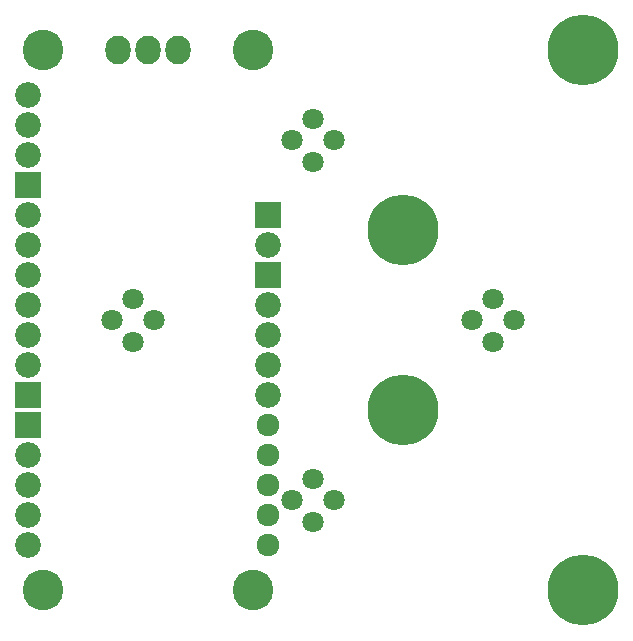
<source format=gbs>
%TF.GenerationSoftware,KiCad,Pcbnew,4.0.6-e0-6349~53~ubuntu16.04.1*%
%TF.CreationDate,2017-04-03T21:37:27+05:30*%
%TF.ProjectId,feather_v3,666561746865725F76332E6B69636164,rev?*%
%TF.FileFunction,Soldermask,Bot*%
%FSLAX46Y46*%
G04 Gerber Fmt 4.6, Leading zero omitted, Abs format (unit mm)*
G04 Created by KiCad (PCBNEW 4.0.6-e0-6349~53~ubuntu16.04.1) date Mon Apr  3 21:37:27 2017*
%MOMM*%
%LPD*%
G01*
G04 APERTURE LIST*
%ADD10C,0.101600*%
%ADD11R,2.178000X2.178000*%
%ADD12C,2.178000*%
%ADD13C,1.924000*%
%ADD14C,3.448000*%
%ADD15O,2.127200X2.432000*%
%ADD16C,1.797000*%
%ADD17C,6.000000*%
G04 APERTURE END LIST*
D10*
D11*
X77470000Y-105410000D03*
X97790000Y-107950000D03*
X97790000Y-113030000D03*
X77470000Y-123190000D03*
X77470000Y-125730000D03*
D12*
X77470000Y-97790000D03*
X77470000Y-100330000D03*
X77470000Y-102870000D03*
X77470000Y-107950000D03*
X77470000Y-110490000D03*
X77470000Y-113030000D03*
X77470000Y-115570000D03*
X77470000Y-118110000D03*
X77470000Y-120650000D03*
X77470000Y-128270000D03*
X77470000Y-130810000D03*
X77470000Y-133350000D03*
X77470000Y-135890000D03*
D13*
X97790000Y-135890000D03*
X97790000Y-133350000D03*
X97790000Y-130810000D03*
X97790000Y-128270000D03*
X97790000Y-125730000D03*
D12*
X97790000Y-123190000D03*
X97790000Y-120650000D03*
X97790000Y-118110000D03*
X97790000Y-115570000D03*
X97790000Y-110490000D03*
D14*
X78740000Y-93980000D03*
X78740000Y-139700000D03*
X96520000Y-139700000D03*
X96520000Y-93980000D03*
D15*
X90170000Y-93980000D03*
X87630000Y-93980000D03*
X85090000Y-93980000D03*
D16*
X101600000Y-130283949D03*
X99803949Y-132080000D03*
X101600000Y-133876051D03*
X103396051Y-132080000D03*
D17*
X109220002Y-124460000D03*
X124460000Y-139700000D03*
X124460000Y-93980000D03*
X109220000Y-109220000D03*
D16*
X116840000Y-118636051D03*
X118636051Y-116840000D03*
X116840000Y-115043949D03*
X115043949Y-116840000D03*
X103396051Y-101600000D03*
X101600000Y-99803949D03*
X99803949Y-101600000D03*
X101600000Y-103396051D03*
X84563949Y-116840000D03*
X86360000Y-118636051D03*
X88156051Y-116840000D03*
X86360000Y-115043949D03*
M02*

</source>
